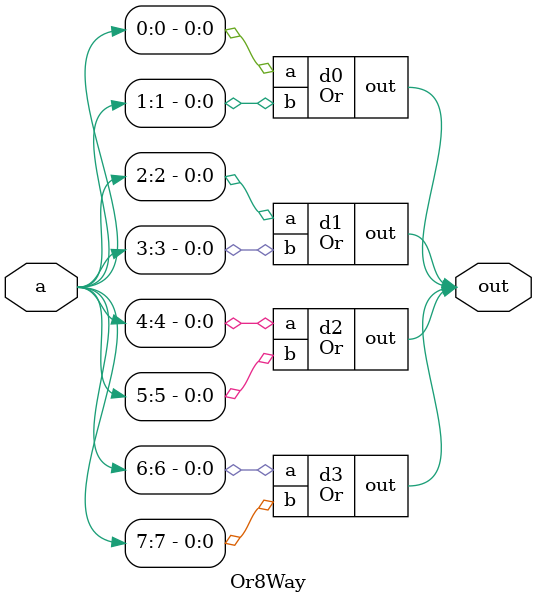
<source format=v>
module Or(output reg out, input a, b);
  always @ (a, b) begin
    if (a==1'b0 & b==1'b0) begin
      out = 1'b0; 
    end
    else
      out = 1'b1; 
    end
endmodule

module Or16(out, a, b);
  input [15:0] a, b;
  output [15:0] out;

  Or d0(out[0], a[0], b[0]);
  Or d1(out[1], a[1], b[1]);
  Or d2(out[2], a[2], b[2]);
  Or d3(out[3], a[3], b[3]);
  Or d4(out[4], a[4], b[4]);
  Or d5(out[5], a[5], b[5]);
  Or d6(out[6], a[6], b[6]);
  Or d7(out[7], a[7], b[7]);
  Or d8(out[8], a[8], b[8]);
  Or d9(out[9], a[9], b[9]);
  Or d10(out[10], a[10], b[10]);
  Or d11(out[11], a[11], b[11]);
  Or d12(out[12], a[12], b[12]);
  Or d13(out[13], a[13], b[13]);
  Or d14(out[14], a[14], b[14]);
  Or d15(out[15], a[15], b[15]);
endmodule 

// 8-way implementation
module Or8Way(out, a);
  input [7:0] a;
  output out;

  Or d0(out, a[0], a[1]);
  Or d1(out, a[2], a[3]);
  Or d2(out, a[4], a[5]);
  Or d3(out, a[6], a[7]);
endmodule

</source>
